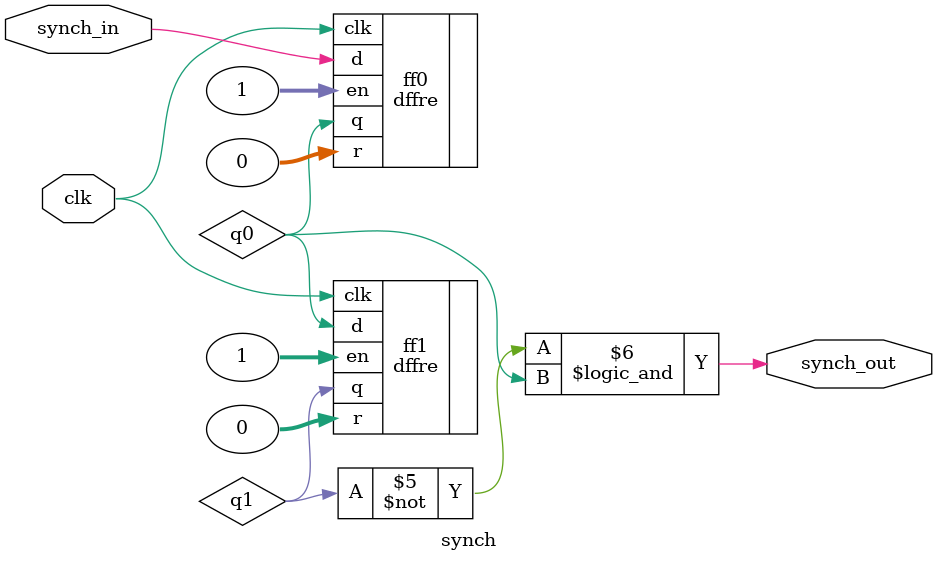
<source format=v>
module synch(clk, synch_in, synch_out);
    input clk, synch_in;
    output synch_out;
    
    wire q0, q1;
    dffre ff0(.clk(clk), .en(1), .r(0), .d(synch_in), .q(q0));
    dffre ff1(.clk(clk), .en(1), .r(0), .d(q0), .q(q1));
    assign synch_out = (~q1) && q0;
endmodule

</source>
